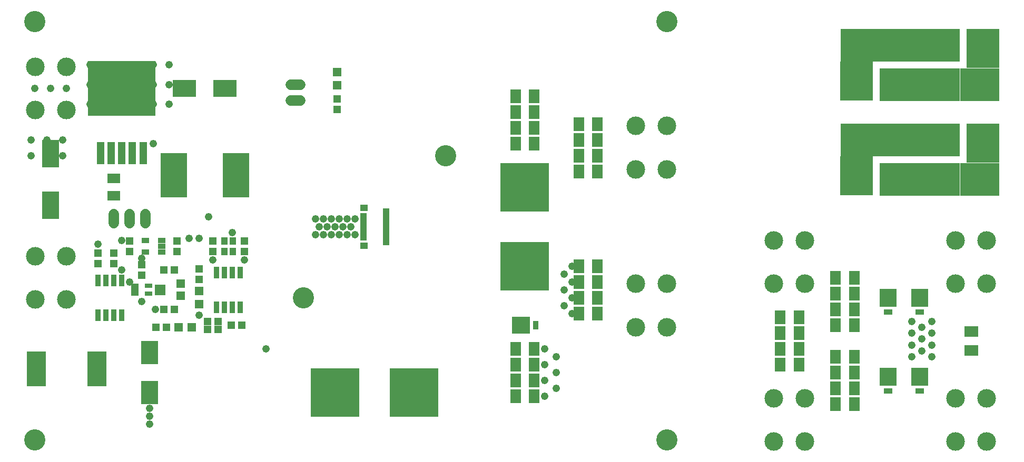
<source format=gts>
G75*
%MOIN*%
%OFA0B0*%
%FSLAX24Y24*%
%IPPOS*%
%LPD*%
%AMOC8*
5,1,8,0,0,1.08239X$1,22.5*
%
%ADD10C,0.1340*%
%ADD11R,0.1064X0.1458*%
%ADD12R,0.0671X0.0867*%
%ADD13R,0.5080X0.2080*%
%ADD14R,0.2500X0.2080*%
%ADD15R,0.2080X0.2500*%
%ADD16R,0.1064X0.1773*%
%ADD17R,0.0474X0.0513*%
%ADD18R,0.0505X0.0493*%
%ADD19R,0.1458X0.1064*%
%ADD20R,0.0493X0.0505*%
%ADD21R,0.0867X0.0671*%
%ADD22R,0.0790X0.0610*%
%ADD23R,0.1080X0.1130*%
%ADD24R,0.0580X0.0380*%
%ADD25R,0.1130X0.1080*%
%ADD26R,0.0380X0.0580*%
%ADD27C,0.1175*%
%ADD28R,0.1220X0.2210*%
%ADD29R,0.1650X0.2840*%
%ADD30R,0.3080X0.3080*%
%ADD31R,0.0552X0.0552*%
%ADD32R,0.0410X0.2370*%
%ADD33R,0.0410X0.1750*%
%ADD34R,0.0470X0.0410*%
%ADD35R,0.0513X0.0474*%
%ADD36R,0.0670X0.0710*%
%ADD37R,0.0550X0.0550*%
%ADD38R,0.4290X0.3460*%
%ADD39R,0.0480X0.1420*%
%ADD40R,0.0480X0.0340*%
%ADD41R,0.0330X0.0780*%
%ADD42R,0.0450X0.0250*%
%ADD43R,0.0430X0.0510*%
%ADD44C,0.0674*%
%ADD45C,0.0476*%
D10*
X001626Y001680D03*
X018626Y010680D03*
X027626Y019680D03*
X041626Y028180D03*
X001626Y028180D03*
X041626Y001680D03*
D11*
X008876Y004650D03*
X008876Y007210D03*
D12*
X032035Y007430D03*
X033216Y007430D03*
X033216Y006430D03*
X032035Y006430D03*
X032035Y005430D03*
X033216Y005430D03*
X033216Y004430D03*
X032035Y004430D03*
X036035Y009680D03*
X037216Y009680D03*
X037216Y010680D03*
X037216Y011680D03*
X036035Y011680D03*
X036035Y010680D03*
X036035Y012680D03*
X037216Y012680D03*
X037216Y018680D03*
X036035Y018680D03*
X036035Y019680D03*
X037216Y019680D03*
X037216Y020680D03*
X036035Y020680D03*
X036035Y021680D03*
X037216Y021680D03*
X033216Y021430D03*
X032035Y021430D03*
X032035Y020430D03*
X033216Y020430D03*
X033216Y022430D03*
X032035Y022430D03*
X032035Y023430D03*
X033216Y023430D03*
X052285Y011930D03*
X053466Y011930D03*
X053466Y010930D03*
X053466Y009930D03*
X052285Y009930D03*
X052285Y010930D03*
X049966Y009430D03*
X048785Y009430D03*
X048785Y008430D03*
X048785Y007430D03*
X049966Y007430D03*
X049966Y008430D03*
X052285Y008930D03*
X053466Y008930D03*
X053466Y006930D03*
X053466Y005930D03*
X052285Y005930D03*
X052285Y006930D03*
X049966Y006430D03*
X048785Y006430D03*
X052285Y004930D03*
X053466Y004930D03*
X053466Y003930D03*
X052285Y003930D03*
D13*
X057626Y018180D03*
X057626Y020680D03*
X057626Y024180D03*
X057626Y026680D03*
D14*
X053836Y026680D03*
X061416Y024180D03*
X053836Y020680D03*
X061416Y018180D03*
D15*
X061626Y020470D03*
X053626Y018390D03*
X053626Y024390D03*
X061626Y026470D03*
D16*
X002626Y019814D03*
X002626Y016546D03*
D17*
X005626Y013515D03*
X005626Y012845D03*
X009791Y012430D03*
X010460Y012430D03*
X010460Y009930D03*
X009791Y009930D03*
X009960Y008805D03*
X009291Y008805D03*
X014041Y008930D03*
X014710Y008930D03*
D18*
X008376Y012086D03*
X008376Y012774D03*
X007626Y013586D03*
X007626Y014274D03*
X010626Y014274D03*
X010626Y013586D03*
X014876Y013586D03*
X014876Y014274D03*
D19*
X013655Y023930D03*
X011096Y023930D03*
D20*
X012531Y009180D03*
X013220Y009180D03*
X013220Y008680D03*
X012531Y008680D03*
D21*
X060876Y008521D03*
X060876Y007339D03*
D22*
X006626Y017120D03*
X006626Y018240D03*
D23*
X055626Y010680D03*
X057626Y010680D03*
X057626Y005680D03*
X055626Y005680D03*
D24*
X055626Y004750D03*
X057626Y004750D03*
X057626Y009750D03*
X055626Y009750D03*
D25*
X032376Y008930D03*
D26*
X033306Y008930D03*
D27*
X039646Y008800D03*
X041606Y008800D03*
X041606Y011560D03*
X039646Y011560D03*
X048396Y011550D03*
X050356Y011550D03*
X050356Y014310D03*
X048396Y014310D03*
X041606Y018800D03*
X039646Y018800D03*
X039646Y021560D03*
X041606Y021560D03*
X059896Y014310D03*
X061856Y014310D03*
X061856Y011550D03*
X059896Y011550D03*
X059896Y004310D03*
X061856Y004310D03*
X061856Y001550D03*
X059896Y001550D03*
X050356Y001550D03*
X048396Y001550D03*
X048396Y004310D03*
X050356Y004310D03*
X003606Y010550D03*
X001646Y010550D03*
X001646Y013310D03*
X003606Y013310D03*
X003606Y022550D03*
X001646Y022550D03*
X001646Y025310D03*
X003606Y025310D03*
D28*
X001716Y006180D03*
X005536Y006180D03*
D29*
X010406Y018430D03*
X014346Y018430D03*
D30*
X032626Y017680D03*
X032626Y012680D03*
X025626Y004680D03*
X020626Y004680D03*
D31*
X011539Y008805D03*
X010712Y008805D03*
X012001Y010267D03*
X012001Y011093D03*
X020751Y024142D03*
X020751Y024968D03*
D32*
X023836Y015180D03*
D33*
X022416Y015180D03*
D34*
X022446Y013980D03*
X022446Y016380D03*
D35*
X012876Y014265D03*
X012876Y013595D03*
X012001Y012515D03*
X012001Y011845D03*
X006626Y012845D03*
X006626Y013515D03*
X020751Y022595D03*
X020751Y023265D03*
D36*
X009556Y011180D03*
D37*
X010836Y010790D03*
X010836Y011570D03*
D38*
X007126Y023930D03*
D39*
X007126Y019820D03*
X007796Y019820D03*
X008466Y019820D03*
X006456Y019820D03*
X005786Y019820D03*
D40*
X008616Y014300D03*
X009636Y014300D03*
X009636Y013930D03*
X009636Y013560D03*
X008616Y013560D03*
D41*
X007126Y011780D03*
X006626Y011780D03*
X006126Y011780D03*
X005626Y011780D03*
X005626Y009580D03*
X006126Y009580D03*
X006626Y009580D03*
X007126Y009580D03*
X013126Y010080D03*
X013626Y010080D03*
X014126Y010080D03*
X014626Y010080D03*
X014626Y012280D03*
X014126Y012280D03*
X013626Y012280D03*
X013126Y012280D03*
D42*
X008806Y011440D03*
X007946Y011440D03*
X007946Y011180D03*
X007946Y010920D03*
X008806Y010920D03*
D43*
X013616Y013590D03*
X014136Y013590D03*
X014136Y014270D03*
X013616Y014270D03*
D44*
X008626Y015383D02*
X008626Y015977D01*
X007626Y015977D02*
X007626Y015383D01*
X006626Y015383D02*
X006626Y015977D01*
X017829Y023180D02*
X018422Y023180D01*
X018422Y024180D02*
X017829Y024180D01*
D45*
X010126Y024180D03*
X009126Y024180D03*
X008126Y024180D03*
X007126Y024180D03*
X006126Y024180D03*
X005126Y024180D03*
X003626Y023930D03*
X002626Y023930D03*
X001626Y023930D03*
X005126Y022930D03*
X006126Y022930D03*
X007126Y022930D03*
X008126Y022930D03*
X009126Y022930D03*
X010126Y022930D03*
X010126Y025430D03*
X009126Y025430D03*
X008126Y025430D03*
X007126Y025430D03*
X006126Y025430D03*
X005126Y025430D03*
X003376Y020680D03*
X002376Y020680D03*
X001376Y020680D03*
X001376Y019680D03*
X002376Y019680D03*
X003376Y019680D03*
X009126Y020430D03*
X012626Y015805D03*
X014126Y014805D03*
X012001Y014430D03*
X011376Y014430D03*
X012876Y013055D03*
X014876Y013055D03*
X019376Y014680D03*
X019876Y014680D03*
X020376Y014680D03*
X020876Y014680D03*
X021376Y014680D03*
X021876Y014680D03*
X021626Y015180D03*
X021126Y015180D03*
X020626Y015180D03*
X020126Y015180D03*
X019626Y015180D03*
X019876Y015680D03*
X020376Y015680D03*
X020876Y015680D03*
X021376Y015680D03*
X021876Y015680D03*
X019376Y015680D03*
X009251Y009930D03*
X008376Y010430D03*
X007626Y011680D03*
X007126Y012430D03*
X008376Y013180D03*
X007126Y014305D03*
X005626Y014055D03*
X012001Y009555D03*
X016251Y007430D03*
X008876Y003680D03*
X008876Y003180D03*
X008876Y002680D03*
X033876Y004430D03*
X034626Y004930D03*
X033876Y005430D03*
X034626Y005930D03*
X033876Y006430D03*
X034626Y006930D03*
X033876Y007430D03*
X035626Y009680D03*
X035126Y010180D03*
X035626Y010680D03*
X035126Y011180D03*
X035626Y011680D03*
X035126Y012180D03*
X035626Y012680D03*
X057126Y009180D03*
X057751Y008805D03*
X058376Y009180D03*
X058376Y008430D03*
X057751Y008055D03*
X058376Y007680D03*
X057751Y007305D03*
X058376Y006930D03*
X057126Y006930D03*
X057126Y007680D03*
X057126Y008430D03*
M02*

</source>
